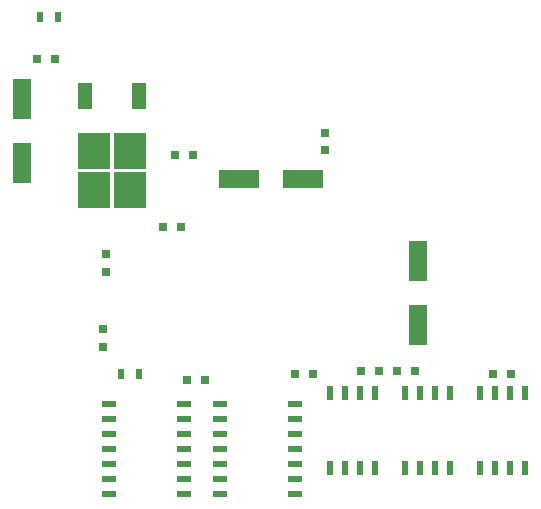
<source format=gtp>
G04 #@! TF.FileFunction,Paste,Top*
%FSLAX46Y46*%
G04 Gerber Fmt 4.6, Leading zero omitted, Abs format (unit mm)*
G04 Created by KiCad (PCBNEW 4.0.7) date 08/01/18 14:34:15*
%MOMM*%
%LPD*%
G01*
G04 APERTURE LIST*
%ADD10C,0.150000*%
%ADD11R,1.143000X0.508000*%
%ADD12R,0.508000X1.143000*%
%ADD13R,3.500000X1.600000*%
%ADD14R,0.800000X0.750000*%
%ADD15R,1.600000X3.500000*%
%ADD16R,0.750000X0.800000*%
%ADD17R,0.500000X0.900000*%
%ADD18R,1.200000X2.200000*%
%ADD19R,2.750000X3.050000*%
G04 APERTURE END LIST*
D10*
D11*
X71374000Y-89154000D03*
X71374000Y-90424000D03*
X71374000Y-91694000D03*
X71374000Y-92964000D03*
X71374000Y-94234000D03*
X71374000Y-95504000D03*
X71374000Y-96774000D03*
X77724000Y-96774000D03*
X77724000Y-95504000D03*
X77724000Y-92964000D03*
X77724000Y-91694000D03*
X77724000Y-90424000D03*
X77724000Y-89154000D03*
X77724000Y-94234000D03*
D12*
X80645000Y-88265000D03*
X81915000Y-88265000D03*
X83185000Y-88265000D03*
X84455000Y-88265000D03*
X84455000Y-94615000D03*
X83185000Y-94615000D03*
X81915000Y-94615000D03*
X80645000Y-94615000D03*
X93345000Y-88265000D03*
X94615000Y-88265000D03*
X95885000Y-88265000D03*
X97155000Y-88265000D03*
X97155000Y-94615000D03*
X95885000Y-94615000D03*
X94615000Y-94615000D03*
X93345000Y-94615000D03*
D13*
X72992000Y-70104000D03*
X78392000Y-70104000D03*
D14*
X67576000Y-68072000D03*
X69076000Y-68072000D03*
X83324000Y-86360000D03*
X84824000Y-86360000D03*
D15*
X54610000Y-63340000D03*
X54610000Y-68740000D03*
D14*
X55892000Y-59944000D03*
X57392000Y-59944000D03*
D15*
X88138000Y-82456000D03*
X88138000Y-77056000D03*
D14*
X68060000Y-74168000D03*
X66560000Y-74168000D03*
X86372000Y-86360000D03*
X87872000Y-86360000D03*
X94500000Y-86614000D03*
X96000000Y-86614000D03*
D16*
X61468000Y-84316000D03*
X61468000Y-82816000D03*
X80264000Y-66179000D03*
X80264000Y-67679000D03*
D14*
X79236000Y-86614000D03*
X77736000Y-86614000D03*
D17*
X56146000Y-56388000D03*
X57646000Y-56388000D03*
D18*
X64510000Y-63110000D03*
X59950000Y-63110000D03*
D19*
X60705000Y-71085000D03*
X63755000Y-67735000D03*
X63755000Y-71085000D03*
X60705000Y-67735000D03*
D12*
X86995000Y-88265000D03*
X88265000Y-88265000D03*
X89535000Y-88265000D03*
X90805000Y-88265000D03*
X90805000Y-94615000D03*
X89535000Y-94615000D03*
X88265000Y-94615000D03*
X86995000Y-94615000D03*
D16*
X61722000Y-76466000D03*
X61722000Y-77966000D03*
D17*
X64504000Y-86614000D03*
X63004000Y-86614000D03*
D14*
X70092000Y-87122000D03*
X68592000Y-87122000D03*
D11*
X61976000Y-89154000D03*
X61976000Y-90424000D03*
X61976000Y-91694000D03*
X61976000Y-92964000D03*
X61976000Y-94234000D03*
X61976000Y-95504000D03*
X61976000Y-96774000D03*
X68326000Y-96774000D03*
X68326000Y-95504000D03*
X68326000Y-92964000D03*
X68326000Y-91694000D03*
X68326000Y-90424000D03*
X68326000Y-89154000D03*
X68326000Y-94234000D03*
M02*

</source>
